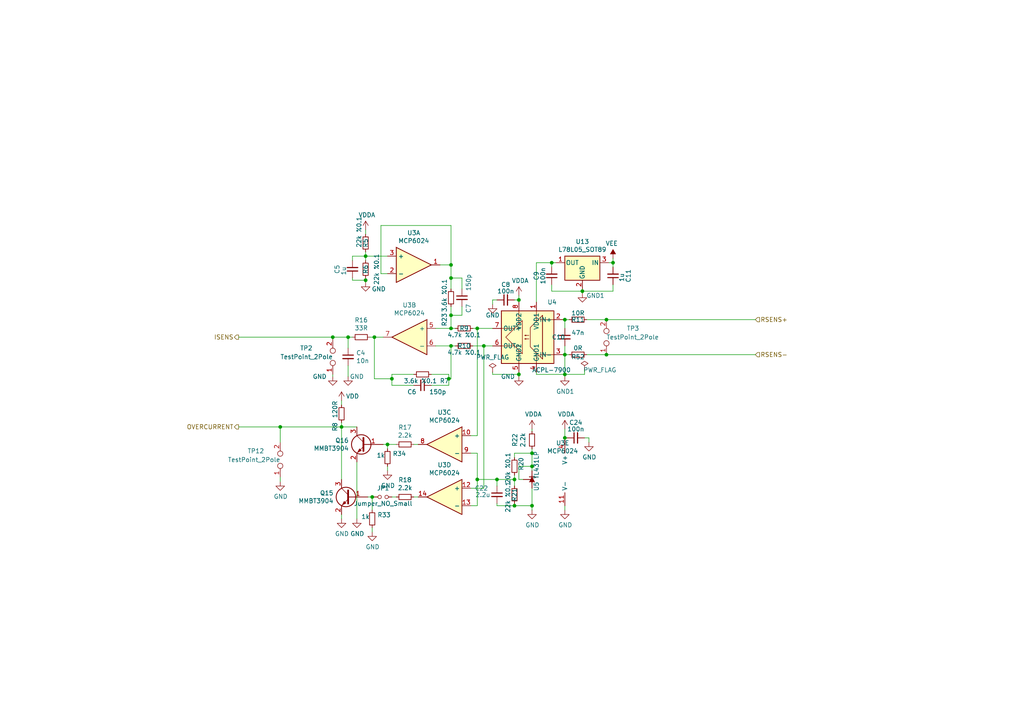
<source format=kicad_sch>
(kicad_sch (version 20200506) (host eeschema "5.99.0-unknown-1f9723c~101~ubuntu18.04.1")
  (page "A4")
  (lib_symbols
    (symbol "Connector:TestPoint_2Pole" (pin_names (offset 0.762) hide)
      (property "Reference" "TP" (at 0 1.524 0))
      (property "Value" "TestPoint_2Pole" (at 0 -1.778 0))
      (symbol "TestPoint_2Pole_0_1"
        (circle (center -1.778 0) (radius 0.762))
        (circle (center 1.778 0) (radius 0.762))
        (pin passive line (at -5.08 0 0) (length 2.54) (name "1") (number "1"))
        (pin passive line (at 5.08 0 180) (length 2.54) (name "2") (number "2"))
      )
    )
    (symbol "Device:C_Small" (pin_numbers hide) (pin_names (offset 0.254) hide)
      (property "Reference" "C" (at 0.254 1.778 0))
      (property "Value" "C_Small" (at 0.254 -2.032 0))
      (symbol "C_Small_0_1"
        (polyline (pts (xy -1.524 -0.508) (xy 1.524 -0.508)) (stroke (width 0.3302)))
        (polyline (pts (xy -1.524 0.508) (xy 1.524 0.508)) (stroke (width 0.3048)))
      )
      (symbol "C_Small_1_1"
        (pin passive line (at 0 2.54 270) (length 2.032) (name "~") (number "1"))
        (pin passive line (at 0 -2.54 90) (length 2.032) (name "~") (number "2"))
      )
    )
    (symbol "Device:C_Small_1" (pin_numbers hide) (pin_names (offset 0.254) hide)
      (property "Reference" "C" (at 0.254 1.778 0))
      (property "Value" "C_Small" (at 0.254 -2.032 0))
      (symbol "C_Small_1_0_1"
        (polyline (pts (xy -1.524 -0.508) (xy 1.524 -0.508)) (stroke (width 0.3302)))
        (polyline (pts (xy -1.524 0.508) (xy 1.524 0.508)) (stroke (width 0.3048)))
      )
      (symbol "C_Small_1_1_1"
        (pin passive line (at 0 2.54 270) (length 2.032) (name "~") (number "1"))
        (pin passive line (at 0 -2.54 90) (length 2.032) (name "~") (number "2"))
      )
    )
    (symbol "Device:C_Small_2" (pin_numbers hide) (pin_names (offset 0.254) hide)
      (property "Reference" "C" (at 0.254 1.778 0))
      (property "Value" "C_Small" (at 0.254 -2.032 0))
      (symbol "C_Small_2_0_1"
        (polyline (pts (xy -1.524 -0.508) (xy 1.524 -0.508)) (stroke (width 0.3302)))
        (polyline (pts (xy -1.524 0.508) (xy 1.524 0.508)) (stroke (width 0.3048)))
      )
      (symbol "C_Small_2_1_1"
        (pin passive line (at 0 2.54 270) (length 2.032) (name "~") (number "1"))
        (pin passive line (at 0 -2.54 90) (length 2.032) (name "~") (number "2"))
      )
    )
    (symbol "Device:C_Small_3" (pin_numbers hide) (pin_names (offset 0.254) hide)
      (property "Reference" "C" (at 0.254 1.778 0))
      (property "Value" "C_Small" (at 0.254 -2.032 0))
      (symbol "C_Small_3_0_1"
        (polyline (pts (xy -1.524 -0.508) (xy 1.524 -0.508)) (stroke (width 0.3302)))
        (polyline (pts (xy -1.524 0.508) (xy 1.524 0.508)) (stroke (width 0.3048)))
      )
      (symbol "C_Small_3_1_1"
        (pin passive line (at 0 2.54 270) (length 2.032) (name "~") (number "1"))
        (pin passive line (at 0 -2.54 90) (length 2.032) (name "~") (number "2"))
      )
    )
    (symbol "Device:C_Small_4" (pin_numbers hide) (pin_names (offset 0.254) hide)
      (property "Reference" "C" (at 0.254 1.778 0))
      (property "Value" "C_Small" (at 0.254 -2.032 0))
      (symbol "C_Small_4_0_1"
        (polyline (pts (xy -1.524 -0.508) (xy 1.524 -0.508)) (stroke (width 0.3302)))
        (polyline (pts (xy -1.524 0.508) (xy 1.524 0.508)) (stroke (width 0.3048)))
      )
      (symbol "C_Small_4_1_1"
        (pin passive line (at 0 2.54 270) (length 2.032) (name "~") (number "1"))
        (pin passive line (at 0 -2.54 90) (length 2.032) (name "~") (number "2"))
      )
    )
    (symbol "Device:C_Small_5" (pin_numbers hide) (pin_names (offset 0.254) hide)
      (property "Reference" "C" (at 0.254 1.778 0))
      (property "Value" "C_Small" (at 0.254 -2.032 0))
      (symbol "C_Small_5_0_1"
        (polyline (pts (xy -1.524 -0.508) (xy 1.524 -0.508)) (stroke (width 0.3302)))
        (polyline (pts (xy -1.524 0.508) (xy 1.524 0.508)) (stroke (width 0.3048)))
      )
      (symbol "C_Small_5_1_1"
        (pin passive line (at 0 2.54 270) (length 2.032) (name "~") (number "1"))
        (pin passive line (at 0 -2.54 90) (length 2.032) (name "~") (number "2"))
      )
    )
    (symbol "Device:C_Small_6" (pin_numbers hide) (pin_names (offset 0.254) hide)
      (property "Reference" "C" (at 0.254 1.778 0))
      (property "Value" "C_Small" (at 0.254 -2.032 0))
      (symbol "C_Small_6_0_1"
        (polyline (pts (xy -1.524 -0.508) (xy 1.524 -0.508)) (stroke (width 0.3302)))
        (polyline (pts (xy -1.524 0.508) (xy 1.524 0.508)) (stroke (width 0.3048)))
      )
      (symbol "C_Small_6_1_1"
        (pin passive line (at 0 2.54 270) (length 2.032) (name "~") (number "1"))
        (pin passive line (at 0 -2.54 90) (length 2.032) (name "~") (number "2"))
      )
    )
    (symbol "Device:C_Small_7" (pin_numbers hide) (pin_names (offset 0.254) hide)
      (property "Reference" "C" (at 0.254 1.778 0))
      (property "Value" "C_Small" (at 0.254 -2.032 0))
      (symbol "C_Small_7_0_1"
        (polyline (pts (xy -1.524 -0.508) (xy 1.524 -0.508)) (stroke (width 0.3302)))
        (polyline (pts (xy -1.524 0.508) (xy 1.524 0.508)) (stroke (width 0.3048)))
      )
      (symbol "C_Small_7_1_1"
        (pin passive line (at 0 2.54 270) (length 2.032) (name "~") (number "1"))
        (pin passive line (at 0 -2.54 90) (length 2.032) (name "~") (number "2"))
      )
    )
    (symbol "Device:C_Small_8" (pin_numbers hide) (pin_names (offset 0.254) hide)
      (property "Reference" "C" (at 0.254 1.778 0))
      (property "Value" "C_Small" (at 0.254 -2.032 0))
      (symbol "C_Small_8_0_1"
        (polyline (pts (xy -1.524 -0.508) (xy 1.524 -0.508)) (stroke (width 0.3302)))
        (polyline (pts (xy -1.524 0.508) (xy 1.524 0.508)) (stroke (width 0.3048)))
      )
      (symbol "C_Small_8_1_1"
        (pin passive line (at 0 2.54 270) (length 2.032) (name "~") (number "1"))
        (pin passive line (at 0 -2.54 90) (length 2.032) (name "~") (number "2"))
      )
    )
    (symbol "Device:Jumper_NO_Small" (pin_numbers hide) (pin_names (offset 0.762) hide)
      (property "Reference" "JP" (at 0 2.032 0))
      (property "Value" "Jumper_NO_Small" (at 0.254 -1.524 0))
      (symbol "Jumper_NO_Small_0_1"
        (circle (center -1.016 0) (radius 0.508))
        (circle (center 1.016 0) (radius 0.508))
        (pin passive line (at -2.54 0 0) (length 1.016) (name "1") (number "1"))
        (pin passive line (at 2.54 0 180) (length 1.016) (name "2") (number "2"))
      )
    )
    (symbol "Device:R_Small" (pin_numbers hide) (pin_names (offset 0.254) hide)
      (property "Reference" "R" (at 0.762 0.508 0))
      (property "Value" "R_Small" (at 0.762 -1.016 0))
      (symbol "R_Small_0_1"
        (rectangle (start -0.762 1.778) (end 0.762 -1.778) (stroke (width 0.2032)))
      )
      (symbol "R_Small_1_1"
        (pin passive line (at 0 2.54 270) (length 0.762) (name "~") (number "1"))
        (pin passive line (at 0 -2.54 90) (length 0.762) (name "~") (number "2"))
      )
    )
    (symbol "Device:R_Small_1" (pin_numbers hide) (pin_names (offset 0.254) hide)
      (property "Reference" "R" (at 0.762 0.508 0))
      (property "Value" "R_Small" (at 0.762 -1.016 0))
      (symbol "R_Small_1_0_1"
        (rectangle (start -0.762 1.778) (end 0.762 -1.778) (stroke (width 0.2032)))
      )
      (symbol "R_Small_1_1_1"
        (pin passive line (at 0 2.54 270) (length 0.762) (name "~") (number "1"))
        (pin passive line (at 0 -2.54 90) (length 0.762) (name "~") (number "2"))
      )
    )
    (symbol "Device:R_Small_11" (pin_numbers hide) (pin_names (offset 0.254) hide)
      (property "Reference" "R" (at 0.762 0.508 0))
      (property "Value" "R_Small" (at 0.762 -1.016 0))
      (symbol "R_Small_11_0_1"
        (rectangle (start -0.762 1.778) (end 0.762 -1.778) (stroke (width 0.2032)))
      )
      (symbol "R_Small_11_1_1"
        (pin passive line (at 0 2.54 270) (length 0.762) (name "~") (number "1"))
        (pin passive line (at 0 -2.54 90) (length 0.762) (name "~") (number "2"))
      )
    )
    (symbol "Device:R_Small_12" (pin_numbers hide) (pin_names (offset 0.254) hide)
      (property "Reference" "R" (at 0.762 0.508 0))
      (property "Value" "R_Small" (at 0.762 -1.016 0))
      (symbol "R_Small_12_0_1"
        (rectangle (start -0.762 1.778) (end 0.762 -1.778) (stroke (width 0.2032)))
      )
      (symbol "R_Small_12_1_1"
        (pin passive line (at 0 2.54 270) (length 0.762) (name "~") (number "1"))
        (pin passive line (at 0 -2.54 90) (length 0.762) (name "~") (number "2"))
      )
    )
    (symbol "Device:R_Small_13" (pin_numbers hide) (pin_names (offset 0.254) hide)
      (property "Reference" "R" (at 0.762 0.508 0))
      (property "Value" "R_Small" (at 0.762 -1.016 0))
      (symbol "R_Small_13_0_1"
        (rectangle (start -0.762 1.778) (end 0.762 -1.778) (stroke (width 0.2032)))
      )
      (symbol "R_Small_13_1_1"
        (pin passive line (at 0 2.54 270) (length 0.762) (name "~") (number "1"))
        (pin passive line (at 0 -2.54 90) (length 0.762) (name "~") (number "2"))
      )
    )
    (symbol "Device:R_Small_14" (pin_numbers hide) (pin_names (offset 0.254) hide)
      (property "Reference" "R" (at 0.762 0.508 0))
      (property "Value" "R_Small" (at 0.762 -1.016 0))
      (symbol "R_Small_14_0_1"
        (rectangle (start -0.762 1.778) (end 0.762 -1.778) (stroke (width 0.2032)))
      )
      (symbol "R_Small_14_1_1"
        (pin passive line (at 0 2.54 270) (length 0.762) (name "~") (number "1"))
        (pin passive line (at 0 -2.54 90) (length 0.762) (name "~") (number "2"))
      )
    )
    (symbol "Device:R_Small_15" (pin_numbers hide) (pin_names (offset 0.254) hide)
      (property "Reference" "R" (at 0.762 0.508 0))
      (property "Value" "R_Small" (at 0.762 -1.016 0))
      (symbol "R_Small_15_0_1"
        (rectangle (start -0.762 1.778) (end 0.762 -1.778) (stroke (width 0.2032)))
      )
      (symbol "R_Small_15_1_1"
        (pin passive line (at 0 2.54 270) (length 0.762) (name "~") (number "1"))
        (pin passive line (at 0 -2.54 90) (length 0.762) (name "~") (number "2"))
      )
    )
    (symbol "Device:R_Small_16" (pin_numbers hide) (pin_names (offset 0.254) hide)
      (property "Reference" "R" (at 0.762 0.508 0))
      (property "Value" "R_Small" (at 0.762 -1.016 0))
      (symbol "R_Small_16_0_1"
        (rectangle (start -0.762 1.778) (end 0.762 -1.778) (stroke (width 0.2032)))
      )
      (symbol "R_Small_16_1_1"
        (pin passive line (at 0 2.54 270) (length 0.762) (name "~") (number "1"))
        (pin passive line (at 0 -2.54 90) (length 0.762) (name "~") (number "2"))
      )
    )
    (symbol "Device:R_Small_2" (pin_numbers hide) (pin_names (offset 0.254) hide)
      (property "Reference" "R" (at 0.762 0.508 0))
      (property "Value" "R_Small" (at 0.762 -1.016 0))
      (symbol "R_Small_2_0_1"
        (rectangle (start -0.762 1.778) (end 0.762 -1.778) (stroke (width 0.2032)))
      )
      (symbol "R_Small_2_1_1"
        (pin passive line (at 0 2.54 270) (length 0.762) (name "~") (number "1"))
        (pin passive line (at 0 -2.54 90) (length 0.762) (name "~") (number "2"))
      )
    )
    (symbol "Device:R_Small_3" (pin_numbers hide) (pin_names (offset 0.254) hide)
      (property "Reference" "R" (at 0.762 0.508 0))
      (property "Value" "R_Small" (at 0.762 -1.016 0))
      (symbol "R_Small_3_0_1"
        (rectangle (start -0.762 1.778) (end 0.762 -1.778) (stroke (width 0.2032)))
      )
      (symbol "R_Small_3_1_1"
        (pin passive line (at 0 2.54 270) (length 0.762) (name "~") (number "1"))
        (pin passive line (at 0 -2.54 90) (length 0.762) (name "~") (number "2"))
      )
    )
    (symbol "Device:R_Small_4" (pin_numbers hide) (pin_names (offset 0.254) hide)
      (property "Reference" "R" (at 0.762 0.508 0))
      (property "Value" "R_Small" (at 0.762 -1.016 0))
      (symbol "R_Small_4_0_1"
        (rectangle (start -0.762 1.778) (end 0.762 -1.778) (stroke (width 0.2032)))
      )
      (symbol "R_Small_4_1_1"
        (pin passive line (at 0 2.54 270) (length 0.762) (name "~") (number "1"))
        (pin passive line (at 0 -2.54 90) (length 0.762) (name "~") (number "2"))
      )
    )
    (symbol "Device:R_Small_5" (pin_numbers hide) (pin_names (offset 0.254) hide)
      (property "Reference" "R" (at 0.762 0.508 0))
      (property "Value" "R_Small" (at 0.762 -1.016 0))
      (symbol "R_Small_5_0_1"
        (rectangle (start -0.762 1.778) (end 0.762 -1.778) (stroke (width 0.2032)))
      )
      (symbol "R_Small_5_1_1"
        (pin passive line (at 0 2.54 270) (length 0.762) (name "~") (number "1"))
        (pin passive line (at 0 -2.54 90) (length 0.762) (name "~") (number "2"))
      )
    )
    (symbol "Device:R_Small_6" (pin_numbers hide) (pin_names (offset 0.254) hide)
      (property "Reference" "R" (at 0.762 0.508 0))
      (property "Value" "R_Small" (at 0.762 -1.016 0))
      (symbol "R_Small_6_0_1"
        (rectangle (start -0.762 1.778) (end 0.762 -1.778) (stroke (width 0.2032)))
      )
      (symbol "R_Small_6_1_1"
        (pin passive line (at 0 2.54 270) (length 0.762) (name "~") (number "1"))
        (pin passive line (at 0 -2.54 90) (length 0.762) (name "~") (number "2"))
      )
    )
    (symbol "Device:R_Small_7" (pin_numbers hide) (pin_names (offset 0.254) hide)
      (property "Reference" "R" (at 0.762 0.508 0))
      (property "Value" "R_Small" (at 0.762 -1.016 0))
      (symbol "R_Small_7_0_1"
        (rectangle (start -0.762 1.778) (end 0.762 -1.778) (stroke (width 0.2032)))
      )
      (symbol "R_Small_7_1_1"
        (pin passive line (at 0 2.54 270) (length 0.762) (name "~") (number "1"))
        (pin passive line (at 0 -2.54 90) (length 0.762) (name "~") (number "2"))
      )
    )
    (symbol "Device:R_Small_8" (pin_numbers hide) (pin_names (offset 0.254) hide)
      (property "Reference" "R" (at 0.762 0.508 0))
      (property "Value" "R_Small" (at 0.762 -1.016 0))
      (symbol "R_Small_8_0_1"
        (rectangle (start -0.762 1.778) (end 0.762 -1.778) (stroke (width 0.2032)))
      )
      (symbol "R_Small_8_1_1"
        (pin passive line (at 0 2.54 270) (length 0.762) (name "~") (number "1"))
        (pin passive line (at 0 -2.54 90) (length 0.762) (name "~") (number "2"))
      )
    )
    (symbol "Device:R_Small_9" (pin_numbers hide) (pin_names (offset 0.254) hide)
      (property "Reference" "R" (at 0.762 0.508 0))
      (property "Value" "R_Small" (at 0.762 -1.016 0))
      (symbol "R_Small_9_0_1"
        (rectangle (start -0.762 1.778) (end 0.762 -1.778) (stroke (width 0.2032)))
      )
      (symbol "R_Small_9_1_1"
        (pin passive line (at 0 2.54 270) (length 0.762) (name "~") (number "1"))
        (pin passive line (at 0 -2.54 90) (length 0.762) (name "~") (number "2"))
      )
    )
    (symbol "Reference_Voltage:TL431LP" (pin_numbers hide) (pin_names (offset 0.508) hide)
      (property "Reference" "U" (at -2.54 2.54 0))
      (property "Value" "TL431LP" (at 0 -2.54 0))
      (symbol "TL431LP_0_1"
        (polyline (pts (xy -1.27 0) (xy 0 0) (xy 1.27 0)))
        (polyline (pts (xy -0.762 0.762) (xy 0.762 0) (xy -0.762 -0.762)) (fill (type outline)))
        (polyline (pts (xy 0.508 -1.016) (xy 0.762 -0.762) (xy 0.762 0.762) (xy 0.762 0.762)) (stroke (width 0.254)))
      )
      (symbol "TL431LP_1_1"
        (pin passive line (at 0 2.54 270) (length 2.54) (name "REF") (number "1"))
        (pin passive line (at -2.54 0 0) (length 2.54) (name "A") (number "2"))
        (pin passive line (at 2.54 0 180) (length 2.54) (name "K") (number "3"))
      )
    )
    (symbol "Regulator_Linear:L78L05_SOT89" (pin_names (offset 0.254))
      (property "Reference" "U" (at -3.81 3.175 0))
      (property "Value" "L78L05_SOT89" (at -0.635 3.175 0))
      (symbol "L78L05_SOT89_0_1"
        (rectangle (start -5.08 1.905) (end 5.08 -5.08) (stroke (width 0.254)) (fill (type background)))
      )
      (symbol "L78L05_SOT89_1_1"
        (pin power_out line (at 7.62 0 180) (length 2.54) (name "OUT") (number "1"))
        (pin power_in line (at 0 -7.62 90) (length 2.54) (name "GND") (number "2"))
        (pin power_in line (at -7.62 0 0) (length 2.54) (name "IN") (number "3"))
      )
    )
    (symbol "Transistor_BJT:MMBT3904" (pin_names (offset 0) hide)
      (property "Reference" "Q" (at 5.08 1.905 0))
      (property "Value" "MMBT3904" (at 5.08 0 0))
      (symbol "MMBT3904_0_1"
        (circle (center 1.27 0) (radius 2.8194) (stroke (width 0.254)))
        (polyline (pts (xy 0.635 0.635) (xy 2.54 2.54)))
        (polyline (pts (xy 0.635 -0.635) (xy 2.54 -2.54) (xy 2.54 -2.54)))
        (polyline (pts (xy 0.635 1.905) (xy 0.635 -1.905) (xy 0.635 -1.905)) (stroke (width 0.508)))
        (polyline (pts (xy 1.27 -1.778) (xy 1.778 -1.27) (xy 2.286 -2.286) (xy 1.27 -1.778) (xy 1.27 -1.778)) (fill (type outline)))
      )
      (symbol "MMBT3904_1_1"
        (pin input line (at -5.08 0 0) (length 5.715) (name "B") (number "1"))
        (pin passive line (at 2.54 -5.08 90) (length 2.54) (name "E") (number "2"))
        (pin passive line (at 2.54 5.08 270) (length 2.54) (name "C") (number "3"))
      )
    )
    (symbol "oe_opamp:ACPL-7900"
      (property "Reference" "U" (at 10.795 8.255 0))
      (property "Value" "ACPL-7900" (at 11.43 10.795 0))
      (symbol "ACPL-7900_0_1"
        (rectangle (start -7.62 6.35) (end 7.62 -8.89) (stroke (width 0.254)) (fill (type background)))
        (polyline (pts (xy -7.62 -6.35) (xy -4.318 -6.35)))
        (polyline (pts (xy -7.62 3.81) (xy -4.318 3.81)))
        (polyline (pts (xy -4.318 5.08) (xy -4.318 -7.62)))
        (polyline (pts (xy -4.064 -6.35) (xy -3.556 -6.35)))
        (polyline (pts (xy -4.064 3.81) (xy -3.556 3.81)))
        (polyline (pts (xy -3.81 4.064) (xy -3.81 3.556)))
        (polyline (pts (xy -2.54 -8.89) (xy -2.54 -5.842)))
        (polyline (pts (xy -2.54 6.35) (xy -2.54 3.302)))
        (polyline (pts (xy 2.54 -8.89) (xy 2.54 -5.08)))
        (polyline (pts (xy 2.54 6.35) (xy 2.54 2.54)))
        (polyline (pts (xy 2.794 1.524) (xy 2.794 1.016)))
        (polyline (pts (xy 3.048 -3.81) (xy 2.54 -3.81)))
        (polyline (pts (xy 3.048 1.27) (xy 2.54 1.27)))
        (polyline (pts (xy 7.62 -3.81) (xy 3.81 -3.81)))
        (polyline (pts (xy 7.62 1.27) (xy 3.81 1.27)))
        (polyline (pts (xy 6.35 -1.27) (xy 1.524 -6.096) (xy 1.524 3.556) (xy 6.35 -1.27)))
        (polyline (pts (xy -4.318 -7.62) (xy -0.762 -4.064) (xy -0.762 1.524) (xy -4.318 5.08) (xy -4.318 -7.62)))
        (polyline (pts (xy -0.381 -1.778) (xy 0.889 -1.778) (xy 0.508 -1.905) (xy 0.508 -1.651) (xy 0.889 -1.778)))
        (polyline (pts (xy -0.381 -0.762) (xy 0.889 -0.762) (xy 0.508 -0.889) (xy 0.508 -0.635) (xy 0.889 -0.762)))
      )
      (symbol "ACPL-7900_1_1"
        (pin power_in line (at -2.54 8.89 270) (length 2.54) (name "VDD1") (number "1"))
        (pin input line (at -10.16 3.81 0) (length 2.54) (name "IN+") (number "2"))
        (pin input line (at -10.16 -6.35 0) (length 2.54) (name "IN-") (number "3"))
        (pin power_in line (at -2.54 -11.43 90) (length 2.54) (name "GND1") (number "4"))
        (pin power_in line (at 2.54 -11.43 90) (length 2.54) (name "GND2") (number "5"))
        (pin output line (at 10.16 -3.81 180) (length 2.54) (name "OUT-") (number "6"))
        (pin output line (at 10.16 1.27 180) (length 2.54) (name "OUT+") (number "7"))
        (pin power_in line (at 2.54 8.89 270) (length 2.54) (name "VDD2") (number "8"))
      )
    )
    (symbol "oe_opamp:MCP6024"
      (property "Reference" "U" (at 5.08 6.985 0))
      (property "Value" "MCP6024" (at 4.445 8.89 0))
      (symbol "MCP6024_1_1"
        (polyline (pts (xy -4.445 5.08) (xy 5.715 0) (xy -4.445 -5.08) (xy -4.445 5.08)) (stroke (width 0.254)) (fill (type background)))
        (pin output line (at 8.255 0 180) (length 2.54) (name "~") (number "1"))
        (pin input line (at -6.985 -2.54 0) (length 2.54) (name "-") (number "2"))
        (pin input line (at -6.985 2.54 0) (length 2.54) (name "+") (number "3"))
      )
      (symbol "MCP6024_2_1"
        (polyline (pts (xy -4.445 5.08) (xy 5.715 0) (xy -4.445 -5.08) (xy -4.445 5.08)) (stroke (width 0.254)) (fill (type background)))
        (pin input line (at -6.985 2.54 0) (length 2.54) (name "+") (number "5"))
        (pin input line (at -6.985 -2.54 0) (length 2.54) (name "-") (number "6"))
        (pin output line (at 8.255 0 180) (length 2.54) (name "~") (number "7"))
      )
      (symbol "MCP6024_3_1"
        (polyline (pts (xy -4.445 5.08) (xy 5.715 0) (xy -4.445 -5.08) (xy -4.445 5.08)) (stroke (width 0.254)) (fill (type background)))
        (pin input line (at -6.985 2.54 0) (length 2.54) (name "+") (number "10"))
        (pin output line (at 8.255 0 180) (length 2.54) (name "~") (number "8"))
        (pin input line (at -6.985 -2.54 0) (length 2.54) (name "-") (number "9"))
      )
      (symbol "MCP6024_4_1"
        (polyline (pts (xy -4.445 5.08) (xy 5.715 0) (xy -4.445 -5.08) (xy -4.445 5.08)) (stroke (width 0.254)) (fill (type background)))
        (pin input line (at -6.985 2.54 0) (length 2.54) (name "+") (number "12"))
        (pin input line (at -6.985 -2.54 0) (length 2.54) (name "-") (number "13"))
        (pin output line (at 8.255 0 180) (length 2.54) (name "~") (number "14"))
      )
      (symbol "MCP6024_5_1"
        (pin power_in line (at 0 -8.89 90) (length 3.81) (name "V-") (number "11"))
        (pin power_in line (at 0 10.16 270) (length 3.81) (name "V+") (number "4"))
      )
    )
    (symbol "power:GND" (power) (pin_names (offset 0))
      (property "Value" "GND" (at 0 -3.81 0))
      (symbol "GND_0_1"
        (polyline (pts (xy 0 0) (xy 0 -1.27) (xy 1.27 -1.27) (xy 0 -2.54) (xy -1.27 -1.27) (xy 0 -1.27)))
      )
      (symbol "GND_1_1"
        (pin power_in line (at 0 0 270) (length 0) (name "GND") (number "1") hide)
      )
    )
    (symbol "power:GND1" (power) (pin_names (offset 0))
      (property "Value" "GND1" (at 0 -3.81 0))
      (symbol "GND1_0_1"
        (polyline (pts (xy 0 0) (xy 0 -1.27) (xy 1.27 -1.27) (xy 0 -2.54) (xy -1.27 -1.27) (xy 0 -1.27)))
      )
      (symbol "GND1_1_1"
        (pin power_in line (at 0 0 270) (length 0) (name "GND1") (number "1") hide)
      )
    )
    (symbol "power:PWR_FLAG" (power) (pin_numbers hide) (pin_names (offset 0) hide)
      (property "Value" "PWR_FLAG" (at 0 3.81 0))
      (symbol "PWR_FLAG_0_1"
        (polyline (pts (xy 0 0) (xy 0 1.27) (xy -1.016 1.905) (xy 0 2.54) (xy 1.016 1.905) (xy 0 1.27)))
      )
      (symbol "PWR_FLAG_0_0"
        (pin power_out line (at 0 0 90) (length 0) (name "pwr") (number "1"))
      )
    )
    (symbol "power:VDD" (power) (pin_names (offset 0))
      (property "Value" "VDD" (at 0 3.81 0))
      (symbol "VDD_0_1"
        (polyline (pts (xy -0.762 1.27) (xy 0 2.54)))
        (polyline (pts (xy 0 0) (xy 0 2.54)))
        (polyline (pts (xy 0 2.54) (xy 0.762 1.27)))
      )
      (symbol "VDD_1_1"
        (pin power_in line (at 0 0 90) (length 0) (name "VDD") (number "1") hide)
      )
    )
    (symbol "power:VDDA" (power) (pin_names (offset 0))
      (property "Value" "VDDA" (at 0 3.81 0))
      (symbol "VDDA_0_1"
        (polyline (pts (xy -0.762 1.27) (xy 0 2.54)))
        (polyline (pts (xy 0 0) (xy 0 2.54)))
        (polyline (pts (xy 0 2.54) (xy 0.762 1.27)))
      )
      (symbol "VDDA_1_1"
        (pin power_in line (at 0 0 90) (length 0) (name "VDDA") (number "1") hide)
      )
    )
    (symbol "power:VEE" (power) (pin_names (offset 0))
      (property "Value" "VEE" (at 0 3.81 0))
      (symbol "VEE_0_1"
        (polyline (pts (xy 0 0) (xy 0 2.54)))
        (polyline (pts (xy 0.762 1.27) (xy -0.762 1.27) (xy 0 2.54) (xy 0.762 1.27)) (fill (type outline)))
      )
      (symbol "VEE_1_1"
        (pin power_in line (at 0 0 90) (length 0) (name "VEE") (number "1") hide)
      )
    )
  )
  (junction (at 154.305 135.255))
  (junction (at 149.225 146.685))
  (junction (at 130.175 109.855))
  (junction (at 81.28 123.825))
  (junction (at 150.495 86.995))
  (junction (at 112.395 128.905))
  (junction (at 163.83 127))
  (junction (at 175.895 102.87))
  (junction (at 108.585 97.79))
  (junction (at 149.225 139.065))
  (junction (at 130.81 76.835))
  (junction (at 130.81 80.645))
  (junction (at 130.81 91.44))
  (junction (at 138.43 139.065))
  (junction (at 138.43 95.25))
  (junction (at 163.83 102.87))
  (junction (at 107.95 144.145))
  (junction (at 163.83 92.71))
  (junction (at 168.91 84.455))
  (junction (at 96.52 97.79))
  (junction (at 163.83 108.585))
  (junction (at 99.06 123.825))
  (junction (at 106.045 74.295))
  (junction (at 144.145 139.065))
  (junction (at 140.335 100.33))
  (junction (at 154.305 131.445))
  (junction (at 160.02 76.2))
  (junction (at 100.965 97.79))
  (junction (at 177.8 76.2))
  (junction (at 130.81 100.33))
  (junction (at 175.895 92.71))
  (junction (at 150.495 108.585))
  (junction (at 106.045 81.28))
  (junction (at 130.81 95.25))
  (junction (at 154.305 146.685))
  (junction (at 113.665 109.855))
  (wire (pts (xy 69.215 97.79) (xy 96.52 97.79)))
  (wire (pts (xy 69.215 123.825) (xy 81.28 123.825)))
  (wire (pts (xy 81.28 123.825) (xy 81.28 128.27)))
  (wire (pts (xy 81.28 123.825) (xy 99.06 123.825)))
  (wire (pts (xy 81.28 138.43) (xy 81.28 139.7)))
  (wire (pts (xy 96.52 97.79) (xy 96.52 98.425)))
  (wire (pts (xy 96.52 97.79) (xy 100.965 97.79)))
  (wire (pts (xy 96.52 108.585) (xy 96.52 109.22)))
  (wire (pts (xy 99.06 116.205) (xy 99.06 117.475)))
  (wire (pts (xy 99.06 122.555) (xy 99.06 123.825)))
  (wire (pts (xy 99.06 123.825) (xy 99.06 139.065)))
  (wire (pts (xy 99.06 123.825) (xy 103.505 123.825)))
  (wire (pts (xy 99.06 149.225) (xy 99.06 150.495)))
  (wire (pts (xy 100.965 97.79) (xy 100.965 100.965)))
  (wire (pts (xy 100.965 97.79) (xy 102.235 97.79)))
  (wire (pts (xy 100.965 106.045) (xy 100.965 109.22)))
  (wire (pts (xy 102.235 74.295) (xy 106.045 74.295)))
  (wire (pts (xy 102.235 75.565) (xy 102.235 74.295)))
  (wire (pts (xy 102.235 80.645) (xy 102.235 81.28)))
  (wire (pts (xy 102.235 81.28) (xy 106.045 81.28)))
  (wire (pts (xy 103.505 133.985) (xy 103.505 150.495)))
  (wire (pts (xy 106.045 66.675) (xy 106.045 67.945)))
  (wire (pts (xy 106.045 73.025) (xy 106.045 74.295)))
  (wire (pts (xy 106.045 74.295) (xy 106.045 75.565)))
  (wire (pts (xy 106.045 74.295) (xy 112.395 74.295)))
  (wire (pts (xy 106.045 80.645) (xy 106.045 81.28)))
  (wire (pts (xy 106.045 81.28) (xy 106.045 81.915)))
  (wire (pts (xy 106.68 144.145) (xy 107.95 144.145)))
  (wire (pts (xy 107.315 97.79) (xy 108.585 97.79)))
  (wire (pts (xy 107.95 144.145) (xy 107.95 147.955)))
  (wire (pts (xy 107.95 144.145) (xy 108.585 144.145)))
  (wire (pts (xy 107.95 153.035) (xy 107.95 154.305)))
  (wire (pts (xy 108.585 97.79) (xy 111.125 97.79)))
  (wire (pts (xy 108.585 109.855) (xy 108.585 97.79)))
  (wire (pts (xy 110.49 65.405) (xy 110.49 79.375)))
  (wire (pts (xy 110.49 65.405) (xy 130.81 65.405)))
  (wire (pts (xy 110.49 79.375) (xy 112.395 79.375)))
  (wire (pts (xy 111.125 128.905) (xy 112.395 128.905)))
  (wire (pts (xy 112.395 128.905) (xy 112.395 130.175)))
  (wire (pts (xy 112.395 128.905) (xy 114.935 128.905)))
  (wire (pts (xy 112.395 135.255) (xy 112.395 136.525)))
  (wire (pts (xy 113.665 108.585) (xy 113.665 109.855)))
  (wire (pts (xy 113.665 108.585) (xy 120.015 108.585)))
  (wire (pts (xy 113.665 109.855) (xy 108.585 109.855)))
  (wire (pts (xy 113.665 109.855) (xy 113.665 111.76)))
  (wire (pts (xy 113.665 111.76) (xy 120.015 111.76)))
  (wire (pts (xy 113.665 144.145) (xy 114.935 144.145)))
  (wire (pts (xy 120.015 128.905) (xy 121.285 128.905)))
  (wire (pts (xy 120.015 144.145) (xy 121.285 144.145)))
  (wire (pts (xy 125.095 108.585) (xy 130.175 108.585)))
  (wire (pts (xy 125.095 111.76) (xy 130.175 111.76)))
  (wire (pts (xy 126.365 95.25) (xy 130.81 95.25)))
  (wire (pts (xy 126.365 100.33) (xy 130.81 100.33)))
  (wire (pts (xy 127.635 76.835) (xy 130.81 76.835)))
  (wire (pts (xy 130.175 109.855) (xy 130.175 108.585)))
  (wire (pts (xy 130.175 111.76) (xy 130.175 109.855)))
  (wire (pts (xy 130.81 65.405) (xy 130.81 76.835)))
  (wire (pts (xy 130.81 76.835) (xy 130.81 80.645)))
  (wire (pts (xy 130.81 80.645) (xy 130.81 83.82)))
  (wire (pts (xy 130.81 80.645) (xy 133.985 80.645)))
  (wire (pts (xy 130.81 88.9) (xy 130.81 91.44)))
  (wire (pts (xy 130.81 91.44) (xy 130.81 95.25)))
  (wire (pts (xy 130.81 91.44) (xy 133.985 91.44)))
  (wire (pts (xy 130.81 95.25) (xy 132.08 95.25)))
  (wire (pts (xy 130.81 100.33) (xy 130.81 109.855)))
  (wire (pts (xy 130.81 100.33) (xy 132.08 100.33)))
  (wire (pts (xy 130.81 109.855) (xy 130.175 109.855)))
  (wire (pts (xy 133.985 80.645) (xy 133.985 83.82)))
  (wire (pts (xy 133.985 91.44) (xy 133.985 88.9)))
  (wire (pts (xy 136.525 126.365) (xy 138.43 126.365)))
  (wire (pts (xy 136.525 131.445) (xy 138.43 131.445)))
  (wire (pts (xy 136.525 141.605) (xy 140.335 141.605)))
  (wire (pts (xy 136.525 146.685) (xy 138.43 146.685)))
  (wire (pts (xy 137.16 95.25) (xy 138.43 95.25)))
  (wire (pts (xy 137.16 100.33) (xy 140.335 100.33)))
  (wire (pts (xy 138.43 95.25) (xy 138.43 126.365)))
  (wire (pts (xy 138.43 95.25) (xy 142.875 95.25)))
  (wire (pts (xy 138.43 139.065) (xy 138.43 131.445)))
  (wire (pts (xy 138.43 139.065) (xy 144.145 139.065)))
  (wire (pts (xy 138.43 146.685) (xy 138.43 139.065)))
  (wire (pts (xy 140.335 100.33) (xy 140.335 141.605)))
  (wire (pts (xy 140.335 100.33) (xy 142.875 100.33)))
  (wire (pts (xy 142.875 86.995) (xy 144.145 86.995)))
  (wire (pts (xy 142.875 88.265) (xy 142.875 86.995)))
  (wire (pts (xy 142.875 107.95) (xy 142.875 108.585)))
  (wire (pts (xy 142.875 108.585) (xy 150.495 108.585)))
  (wire (pts (xy 144.145 139.065) (xy 149.225 139.065)))
  (wire (pts (xy 144.145 140.97) (xy 144.145 139.065)))
  (wire (pts (xy 144.145 146.05) (xy 144.145 146.685)))
  (wire (pts (xy 144.145 146.685) (xy 149.225 146.685)))
  (wire (pts (xy 149.225 86.995) (xy 150.495 86.995)))
  (wire (pts (xy 149.225 131.445) (xy 149.225 132.715)))
  (wire (pts (xy 149.225 131.445) (xy 154.305 131.445)))
  (wire (pts (xy 149.225 137.795) (xy 149.225 139.065)))
  (wire (pts (xy 149.225 139.065) (xy 149.225 140.97)))
  (wire (pts (xy 149.225 146.05) (xy 149.225 146.685)))
  (wire (pts (xy 149.225 146.685) (xy 154.305 146.685)))
  (wire (pts (xy 150.495 85.725) (xy 150.495 86.995)))
  (wire (pts (xy 150.495 86.995) (xy 150.495 87.63)))
  (wire (pts (xy 150.495 107.95) (xy 150.495 108.585)))
  (wire (pts (xy 150.495 108.585) (xy 150.495 109.22)))
  (wire (pts (xy 150.495 135.255) (xy 150.495 139.065)))
  (wire (pts (xy 150.495 135.255) (xy 154.305 135.255)))
  (wire (pts (xy 150.495 139.065) (xy 151.765 139.065)))
  (wire (pts (xy 154.305 124.46) (xy 154.305 125.095)))
  (wire (pts (xy 154.305 130.175) (xy 154.305 131.445)))
  (wire (pts (xy 154.305 131.445) (xy 154.305 135.255)))
  (wire (pts (xy 154.305 135.255) (xy 154.305 136.525)))
  (wire (pts (xy 154.305 146.685) (xy 154.305 141.605)))
  (wire (pts (xy 154.305 146.685) (xy 154.305 147.955)))
  (wire (pts (xy 155.575 76.2) (xy 155.575 87.63)))
  (wire (pts (xy 155.575 76.2) (xy 160.02 76.2)))
  (wire (pts (xy 155.575 107.95) (xy 155.575 108.585)))
  (wire (pts (xy 155.575 108.585) (xy 163.83 108.585)))
  (wire (pts (xy 160.02 76.2) (xy 160.02 77.47)))
  (wire (pts (xy 160.02 76.2) (xy 161.29 76.2)))
  (wire (pts (xy 160.02 84.455) (xy 160.02 82.55)))
  (wire (pts (xy 163.195 92.71) (xy 163.83 92.71)))
  (wire (pts (xy 163.195 102.87) (xy 163.83 102.87)))
  (wire (pts (xy 163.83 92.71) (xy 163.83 95.25)))
  (wire (pts (xy 163.83 92.71) (xy 165.1 92.71)))
  (wire (pts (xy 163.83 100.33) (xy 163.83 102.87)))
  (wire (pts (xy 163.83 102.87) (xy 165.1 102.87)))
  (wire (pts (xy 163.83 108.585) (xy 163.83 102.87)))
  (wire (pts (xy 163.83 108.585) (xy 163.83 109.22)))
  (wire (pts (xy 163.83 108.585) (xy 169.545 108.585)))
  (wire (pts (xy 163.83 124.46) (xy 163.83 127)))
  (wire (pts (xy 163.83 127) (xy 163.83 127.635)))
  (wire (pts (xy 163.83 127) (xy 164.465 127)))
  (wire (pts (xy 163.83 146.685) (xy 163.83 147.955)))
  (wire (pts (xy 168.91 83.82) (xy 168.91 84.455)))
  (wire (pts (xy 168.91 84.455) (xy 160.02 84.455)))
  (wire (pts (xy 168.91 84.455) (xy 168.91 85.09)))
  (wire (pts (xy 169.545 108.585) (xy 169.545 107.315)))
  (wire (pts (xy 169.545 127) (xy 170.815 127)))
  (wire (pts (xy 170.18 92.71) (xy 175.895 92.71)))
  (wire (pts (xy 170.18 102.87) (xy 175.895 102.87)))
  (wire (pts (xy 170.815 127) (xy 170.815 128.27)))
  (wire (pts (xy 175.895 92.71) (xy 219.075 92.71)))
  (wire (pts (xy 175.895 102.87) (xy 219.075 102.87)))
  (wire (pts (xy 177.8 74.93) (xy 177.8 76.2)))
  (wire (pts (xy 177.8 76.2) (xy 176.53 76.2)))
  (wire (pts (xy 177.8 77.47) (xy 177.8 76.2)))
  (wire (pts (xy 177.8 82.55) (xy 177.8 84.455)))
  (wire (pts (xy 177.8 84.455) (xy 168.91 84.455)))
  (hierarchical_label "ISENS" (shape output) (at 69.215 97.79 180))
  (hierarchical_label "OVERCURRENT" (shape output) (at 69.215 123.825 180))
  (hierarchical_label "RSENS+" (shape input) (at 219.075 92.71 0))
  (hierarchical_label "RSENS-" (shape input) (at 219.075 102.87 0))
  (symbol (lib_id "power:PWR_FLAG") (at 142.875 107.95 0) (unit 1)
    (property "Reference" "#FLG0104" (effects hide))
    (property "Value" "PWR_FLAG" (at 142.875 103.632 0))
  )
  (symbol (lib_id "power:PWR_FLAG") (at 169.545 107.315 0) (unit 1)
    (property "Reference" "#FLG0105" (effects hide))
    (property "Value" "PWR_FLAG" (at 173.99 107.315 0))
  )
  (symbol (lib_id "Device:Jumper_NO_Small") (at 111.125 144.145 0) (unit 1)
    (property "Reference" "JP1" (at 111.125 141.605 0))
    (property "Value" "Jumper_NO_Small" (at 111.125 146.05 0))
    (property "Footprint" "Connector_PinHeader_2.54mm:PinHeader_1x02_P2.54mm_Vertical" (effects hide))
    (property "Link" "https://ozdisan.com/connectors-and-interconnects/headers/pin-headers/DS1021-1X2SF11-B" (effects hide))
    (property "Price" "0.08882TL" (effects hide))
  )
  (symbol (lib_id "power:VDD") (at 99.06 116.205 0) (unit 1)
    (property "Reference" "#PWR08" (effects hide))
    (property "Value" "VDD" (at 102.235 114.935 0))
  )
  (symbol (lib_id "power:VDDA") (at 106.045 66.675 0) (unit 1)
    (property "Reference" "#PWR022" (effects hide))
    (property "Value" "VDDA" (at 106.4133 62.3506 0))
  )
  (symbol (lib_id "power:VDDA") (at 150.495 85.725 0) (unit 1)
    (property "Reference" "#PWR023" (effects hide))
    (property "Value" "VDDA" (at 150.876 81.407 0))
  )
  (symbol (lib_id "power:VDDA") (at 154.305 124.46 0) (unit 1)
    (property "Reference" "#PWR025" (effects hide))
    (property "Value" "VDDA" (at 154.686 120.142 0))
  )
  (symbol (lib_id "power:VDDA") (at 163.83 124.46 0) (unit 1)
    (property "Reference" "#PWR026" (effects hide))
    (property "Value" "VDDA" (at 164.211 120.142 0))
  )
  (symbol (lib_id "power:VEE") (at 177.8 74.93 0) (mirror y) (unit 1)
    (property "Reference" "#PWR018" (effects hide))
    (property "Value" "VEE" (at 177.419 70.612 0))
  )
  (symbol (lib_id "power:GND") (at 81.28 139.7 0) (unit 1)
    (property "Reference" "#PWR050" (effects hide))
    (property "Value" "GND" (at 81.407 144.018 0))
  )
  (symbol (lib_id "power:GND") (at 96.52 109.22 0) (unit 1)
    (property "Reference" "#PWR010" (effects hide))
    (property "Value" "GND" (at 92.71 109.22 0))
  )
  (symbol (lib_id "power:GND") (at 99.06 150.495 0) (unit 1)
    (property "Reference" "#PWR011" (effects hide))
    (property "Value" "GND" (at 99.1743 154.8194 0))
  )
  (symbol (lib_id "power:GND") (at 100.965 109.22 0) (unit 1)
    (property "Reference" "#PWR012" (effects hide))
    (property "Value" "GND" (at 103.505 109.22 0))
  )
  (symbol (lib_id "power:GND") (at 103.505 150.495 0) (unit 1)
    (property "Reference" "#PWR014" (effects hide))
    (property "Value" "GND" (at 103.632 154.813 0))
  )
  (symbol (lib_id "power:GND") (at 106.045 81.915 0) (unit 1)
    (property "Reference" "#PWR09" (effects hide))
    (property "Value" "GND" (at 109.855 83.82 0))
  )
  (symbol (lib_id "power:GND") (at 107.95 154.305 0) (unit 1)
    (property "Reference" "#PWR051" (effects hide))
    (property "Value" "GND" (at 108.0643 158.6294 0))
  )
  (symbol (lib_id "power:GND") (at 112.395 136.525 0) (unit 1)
    (property "Reference" "#PWR052" (effects hide))
    (property "Value" "GND" (at 112.522 140.843 0))
  )
  (symbol (lib_id "power:GND") (at 142.875 88.265 0) (unit 1)
    (property "Reference" "#PWR013" (effects hide))
    (property "Value" "GND" (at 142.875 91.44 0))
  )
  (symbol (lib_id "power:GND") (at 150.495 109.22 0) (unit 1)
    (property "Reference" "#PWR015" (effects hide))
    (property "Value" "GND" (at 147.32 109.22 0))
  )
  (symbol (lib_id "power:GND") (at 154.305 147.955 0) (unit 1)
    (property "Reference" "#PWR066" (effects hide))
    (property "Value" "GND" (at 154.4193 152.2794 0))
  )
  (symbol (lib_id "power:GND1") (at 163.83 109.22 0) (unit 1)
    (property "Reference" "#PWR016" (effects hide))
    (property "Value" "GND1" (at 163.9443 113.5444 0))
  )
  (symbol (lib_id "power:GND") (at 163.83 147.955 0) (unit 1)
    (property "Reference" "#PWR067" (effects hide))
    (property "Value" "GND" (at 163.957 152.273 0))
  )
  (symbol (lib_id "power:GND1") (at 168.91 85.09 0) (unit 1)
    (property "Reference" "#PWR017" (effects hide))
    (property "Value" "GND1" (at 172.72 85.725 0))
  )
  (symbol (lib_id "power:GND") (at 170.815 128.27 0) (unit 1)
    (property "Reference" "#PWR068" (effects hide))
    (property "Value" "GND" (at 170.942 132.588 0))
  )
  (symbol (lib_name "Device:R_Small_13") (lib_id "Device:R_Small") (at 99.06 120.015 0) (mirror x) (unit 1)
    (property "Reference" "R8" (at 97.155 123.825 90))
    (property "Value" "120R" (at 97.155 118.745 90))
    (property "Footprint" "Resistor_SMD:R_0805_2012Metric_Pad1.15x1.40mm_HandSolder" (effects hide))
    (property "Link" "https://ozdisan.com/passive-components/resistors/smt-smd-and-chip-resistors/0805S8J0121T5E" (effects hide))
    (property "Price" "0.01492TL" (effects hide))
  )
  (symbol (lib_name "Device:R_Small_5") (lib_id "Device:R_Small") (at 104.775 97.79 90) (unit 1)
    (property "Reference" "R16" (at 104.775 92.8432 90))
    (property "Value" "33R" (at 104.775 95.1419 90))
    (property "Footprint" "Resistor_SMD:R_0805_2012Metric_Pad1.15x1.40mm_HandSolder" (effects hide))
    (property "Link" "https://ozdisan.com/passive-components/resistors/smt-smd-and-chip-resistors/0805S8J0330T5E" (effects hide))
    (property "Price" "0.01504TL" (effects hide))
  )
  (symbol (lib_name "Device:R_Small_12") (lib_id "Device:R_Small") (at 106.045 70.485 180) (unit 1)
    (property "Reference" "R5" (at 106.045 70.485 90))
    (property "Value" "22k %0.1" (at 104.14 67.31 90))
    (property "Footprint" "Resistor_SMD:R_0805_2012Metric_Pad1.15x1.40mm_HandSolder" (effects hide))
    (property "Link" "https://ozdisan.com/passive-components/resistors/smt-smd-and-chip-resistors/TC0525B2202T5F" (effects hide))
    (property "Price" "0.61718TL" (effects hide))
  )
  (symbol (lib_id "Device:R_Small") (at 106.045 78.105 180) (unit 1)
    (property "Reference" "R6" (at 106.045 78.105 90))
    (property "Value" "22k %0.1" (at 109.22 78.105 90))
    (property "Footprint" "Resistor_SMD:R_0805_2012Metric_Pad1.15x1.40mm_HandSolder" (effects hide))
    (property "Link" "https://ozdisan.com/passive-components/resistors/smt-smd-and-chip-resistors/TC0525B2202T5F" (effects hide))
    (property "Price" "0.61718TL" (effects hide))
  )
  (symbol (lib_name "Device:R_Small_11") (lib_id "Device:R_Small") (at 107.95 150.495 180) (unit 1)
    (property "Reference" "R33" (at 109.4486 149.352 0) (effects (justify right)))
    (property "Value" "1k" (at 104.775 149.86 0) (effects (justify right)))
    (property "Footprint" "Resistor_SMD:R_0805_2012Metric_Pad1.15x1.40mm_HandSolder" (effects hide))
    (property "Link" "https://ozdisan.com/passive-components/resistors/smt-smd-and-chip-resistors/CQ05S8J0102T5E" (effects hide))
    (property "Price" "0.02034TL" (effects hide))
  )
  (symbol (lib_name "Device:R_Small_14") (lib_id "Device:R_Small") (at 112.395 132.715 180) (unit 1)
    (property "Reference" "R34" (at 113.8936 131.572 0) (effects (justify right)))
    (property "Value" "1k" (at 109.22 132.08 0) (effects (justify right)))
    (property "Footprint" "Resistor_SMD:R_0805_2012Metric_Pad1.15x1.40mm_HandSolder" (effects hide))
    (property "Link" "https://ozdisan.com/passive-components/resistors/smt-smd-and-chip-resistors/CQ05S8J0102T5E" (effects hide))
    (property "Price" "0.02034TL" (effects hide))
  )
  (symbol (lib_name "Device:R_Small_1") (lib_id "Device:R_Small") (at 117.475 128.905 90) (unit 1)
    (property "Reference" "R17" (at 117.475 123.9582 90))
    (property "Value" "2.2k" (at 117.475 126.2569 90))
    (property "Footprint" "Resistor_SMD:R_0805_2012Metric_Pad1.15x1.40mm_HandSolder" (effects hide))
    (property "Link" "https://ozdisan.com/passive-components/resistors/smt-smd-and-chip-resistors/0805S8J0222T5E" (effects hide))
    (property "Price" "0.01504TL" (effects hide))
  )
  (symbol (lib_name "Device:R_Small_2") (lib_id "Device:R_Small") (at 117.475 144.145 90) (unit 1)
    (property "Reference" "R18" (at 117.475 139.192 90))
    (property "Value" "2.2k" (at 117.475 141.5034 90))
    (property "Footprint" "Resistor_SMD:R_0805_2012Metric_Pad1.15x1.40mm_HandSolder" (effects hide))
    (property "Link" "https://ozdisan.com/passive-components/resistors/smt-smd-and-chip-resistors/0805S8J0222T5E" (effects hide))
    (property "Price" "0.01504TL" (effects hide))
  )
  (symbol (lib_name "Device:R_Small_6") (lib_id "Device:R_Small") (at 122.555 108.585 90) (unit 1)
    (property "Reference" "R7" (at 128.905 110.49 90))
    (property "Value" "3.6k %0.1" (at 121.92 110.49 90))
    (property "Footprint" "Resistor_SMD:R_0805_2012Metric_Pad1.15x1.40mm_HandSolder" (effects hide))
    (property "Link" "https://ozdisan.com/passive-components/resistors/smt-smd-and-chip-resistors/TC0525B3601T5F" (effects hide))
    (property "Price" "0.61119TL" (effects hide))
  )
  (symbol (lib_name "Device:R_Small_7") (lib_id "Device:R_Small") (at 130.81 86.36 0) (unit 1)
    (property "Reference" "R23" (at 128.905 92.71 90))
    (property "Value" "3.6k %0.1" (at 128.905 85.725 90))
    (property "Footprint" "Resistor_SMD:R_0805_2012Metric_Pad1.15x1.40mm_HandSolder" (effects hide))
    (property "Link" "https://ozdisan.com/passive-components/resistors/smt-smd-and-chip-resistors/TC0525B3601T5F" (effects hide))
    (property "Price" "0.61119TL" (effects hide))
  )
  (symbol (lib_name "Device:R_Small_4") (lib_id "Device:R_Small") (at 134.62 95.25 270) (unit 1)
    (property "Reference" "R9" (at 134.62 95.25 90))
    (property "Value" "4.7k %0.1" (at 134.62 97.155 90))
    (property "Footprint" "Resistor_SMD:R_0805_2012Metric_Pad1.15x1.40mm_HandSolder" (effects hide))
    (property "Link" "https://ozdisan.com/passive-components/resistors/smt-smd-and-chip-resistors/TC0525B4701T5F" (effects hide))
    (property "Price" "0.61718TL" (effects hide))
  )
  (symbol (lib_id "Device:R_Small") (at 134.62 100.33 270) (unit 1)
    (property "Reference" "R10" (at 134.62 100.33 90))
    (property "Value" "4.7k %0.1" (at 134.62 102.235 90))
    (property "Footprint" "Resistor_SMD:R_0805_2012Metric_Pad1.15x1.40mm_HandSolder" (effects hide))
    (property "Link" "https://ozdisan.com/passive-components/resistors/smt-smd-and-chip-resistors/TC0525B4701T5F" (effects hide))
    (property "Price" "0.61718TL" (effects hide))
  )
  (symbol (lib_name "Device:R_Small_8") (lib_id "Device:R_Small") (at 149.225 135.255 0) (unit 1)
    (property "Reference" "R20" (at 151.13 136.525 90) (effects (justify left)))
    (property "Value" " 20k %0.1" (at 147.32 140.335 90) (effects (justify left)))
    (property "Footprint" "Resistor_SMD:R_0805_2012Metric_Pad1.15x1.40mm_HandSolder" (effects hide))
    (property "Link" "https://ozdisan.com/passive-components/resistors/smt-smd-and-chip-resistors/TC0525B2002T5F" (effects hide))
    (property "Price" "0.61119TL" (effects hide))
  )
  (symbol (lib_name "Device:R_Small_9") (lib_id "Device:R_Small") (at 149.225 143.51 0) (mirror x) (unit 1)
    (property "Reference" "R21" (at 149.225 143.51 90))
    (property "Value" "22k %0.1" (at 147.32 144.145 90))
    (property "Footprint" "Resistor_SMD:R_0805_2012Metric_Pad1.15x1.40mm_HandSolder" (effects hide))
    (property "Link" "https://ozdisan.com/passive-components/resistors/smt-smd-and-chip-resistors/TC0525B2202T5F" (effects hide))
    (property "Price" "0.61718TL" (effects hide))
  )
  (symbol (lib_name "Device:R_Small_16") (lib_id "Device:R_Small") (at 154.305 127.635 180) (unit 1)
    (property "Reference" "R22" (at 149.352 127.635 90))
    (property "Value" "2.2k" (at 151.6634 127.635 90))
    (property "Footprint" "Resistor_SMD:R_0805_2012Metric_Pad1.15x1.40mm_HandSolder" (effects hide))
    (property "Link" "https://ozdisan.com/passive-components/resistors/smt-smd-and-chip-resistors/0805S8J0222T5E" (effects hide))
    (property "Price" "0.01504TL" (effects hide))
  )
  (symbol (lib_name "Device:R_Small_3") (lib_id "Device:R_Small") (at 167.64 92.71 90) (unit 1)
    (property "Reference" "R11" (at 167.64 92.71 90))
    (property "Value" "10R" (at 167.64 90.805 90))
    (property "Footprint" "Resistor_SMD:R_0805_2012Metric_Pad1.15x1.40mm_HandSolder" (effects hide))
    (property "Link" "https://ozdisan.com/passive-components/resistors/smt-smd-and-chip-resistors/0805S8J0100T5E" (effects hide))
    (property "Price" "0.01511TL" (effects hide))
  )
  (symbol (lib_name "Device:R_Small_15") (lib_id "Device:R_Small") (at 167.64 102.87 90) (unit 1)
    (property "Reference" "R52" (at 167.64 103.505 90))
    (property "Value" "0R" (at 167.64 100.965 90))
    (property "Footprint" "Resistor_SMD:R_0805_2012Metric_Pad1.15x1.40mm_HandSolder" (effects hide))
    (property "Link" "https://ozdisan.com/passive-components/resistors/smt-smd-and-chip-resistors/0805S8J0000T5E" (effects hide))
    (property "Price" "0.01492TL" (effects hide))
  )
  (symbol (lib_name "Device:C_Small_1") (lib_id "Device:C_Small") (at 100.965 103.505 0) (unit 1)
    (property "Reference" "C4" (at 103.2892 102.3556 0) (effects (justify left)))
    (property "Value" "10n" (at 103.2892 104.6543 0) (effects (justify left)))
    (property "Footprint" "Resistor_SMD:R_0805_2012Metric_Pad1.15x1.40mm_HandSolder" (effects hide))
    (property "Link" "https://ozdisan.com/passive-components/capacitors/smt-smd-and-mlcc-capacitors/CL21B103KCANNNC" (effects hide))
    (property "Price" "0.05749TL" (effects hide))
  )
  (symbol (lib_name "Device:C_Small_8") (lib_id "Device:C_Small") (at 102.235 78.105 180) (unit 1)
    (property "Reference" "C5" (at 97.79 78.105 90))
    (property "Value" "1u " (at 99.695 78.105 90))
    (property "Footprint" "Capacitor_SMD:C_0805_2012Metric_Pad1.15x1.40mm_HandSolder" (effects hide))
    (property "Link" "https://ozdisan.com/passive-components/capacitors/smt-smd-and-mlcc-capacitors/CL10A105KB8NNNC" (effects hide))
    (property "Price" "0.16514TL" (effects hide))
  )
  (symbol (lib_name "Device:C_Small_4") (lib_id "Device:C_Small") (at 122.555 111.76 270) (unit 1)
    (property "Reference" "C6" (at 118.11 113.665 90) (effects (justify left)))
    (property "Value" "150p" (at 124.46 113.665 90) (effects (justify left)))
    (property "Footprint" "Capacitor_SMD:C_0805_2012Metric_Pad1.15x1.40mm_HandSolder" (effects hide))
    (property "Link" "https://ozdisan.com/passive-components/capacitors/smt-smd-and-mlcc-capacitors/CL21C181JBANNNC" (effects hide))
    (property "Price" "0.09416TL" (effects hide))
  )
  (symbol (lib_name "Device:C_Small_3") (lib_id "Device:C_Small") (at 133.985 86.36 0) (unit 1)
    (property "Reference" "C7" (at 135.89 90.805 90) (effects (justify left)))
    (property "Value" "150p" (at 135.89 84.455 90) (effects (justify left)))
    (property "Footprint" "Capacitor_SMD:C_0805_2012Metric_Pad1.15x1.40mm_HandSolder" (effects hide))
    (property "Link" "https://ozdisan.com/passive-components/capacitors/smt-smd-and-mlcc-capacitors/CL21C181JBANNNC" (effects hide))
    (property "Price" "0.09416TL" (effects hide))
  )
  (symbol (lib_name "Device:C_Small_7") (lib_id "Device:C_Small") (at 144.145 143.51 0) (mirror y) (unit 1)
    (property "Reference" "C22" (at 141.605 141.605 0) (effects (justify left)))
    (property "Value" "2.2u" (at 142.24 143.51 0) (effects (justify left)))
    (property "Footprint" "Capacitor_SMD:C_0805_2012Metric_Pad1.15x1.40mm_HandSolder" (effects hide))
    (property "Link" "https://ozdisan.com/passive-components/capacitors/smt-smd-and-mlcc-capacitors/CL21A225KPFNNNE" (effects hide))
    (property "Price" "0.1543TL" (effects hide))
  )
  (symbol (lib_name "Device:C_Small_5") (lib_id "Device:C_Small") (at 146.685 86.995 90) (unit 1)
    (property "Reference" "C8" (at 146.685 82.55 90))
    (property "Value" "100n" (at 146.685 84.455 90))
    (property "Footprint" "Capacitor_SMD:C_0805_2012Metric_Pad1.15x1.40mm_HandSolder" (effects hide))
    (property "Link" "https://ozdisan.com/passive-components/capacitors/smt-smd-and-mlcc-capacitors/CL21B104KBFWPNE" (effects hide))
    (property "Price" "0.10509TL" (effects hide))
  )
  (symbol (lib_name "Device:C_Small_6") (lib_id "Device:C_Small") (at 160.02 80.01 180) (unit 1)
    (property "Reference" "C9" (at 155.575 80.01 90))
    (property "Value" "100n" (at 157.48 80.01 90))
    (property "Footprint" "Capacitor_SMD:C_0805_2012Metric_Pad1.15x1.40mm_HandSolder" (effects hide))
    (property "Link" "https://ozdisan.com/passive-components/capacitors/smt-smd-and-mlcc-capacitors/CL21B104KBFWPNE" (effects hide))
    (property "Price" "0.10509TL" (effects hide))
  )
  (symbol (lib_name "Device:C_Small_2") (lib_id "Device:C_Small") (at 163.83 97.79 0) (unit 1)
    (property "Reference" "C10" (at 160.02 97.79 0) (effects (justify left)))
    (property "Value" "47n" (at 165.735 96.52 0) (effects (justify left)))
    (property "Footprint" "Capacitor_SMD:C_0805_2012Metric_Pad1.15x1.40mm_HandSolder" (effects hide))
    (property "Link" "https://ozdisan.com/passive-components/capacitors/smt-smd-and-mlcc-capacitors/CL21B473KBANNNC" (effects hide))
    (property "Price" "0.08757TL" (effects hide))
  )
  (symbol (lib_id "Device:C_Small") (at 167.005 127 90) (unit 1)
    (property "Reference" "C24" (at 167.005 122.555 90))
    (property "Value" "100n" (at 167.005 124.46 90))
    (property "Footprint" "Capacitor_SMD:C_0805_2012Metric_Pad1.15x1.40mm_HandSolder" (effects hide))
    (property "Link" "https://ozdisan.com/passive-components/capacitors/smt-smd-and-mlcc-capacitors/CL21B104KBFWPNE" (effects hide))
    (property "Price" "0.10509TL" (effects hide))
  )
  (symbol (lib_id "Device:C_Small") (at 177.8 80.01 0) (mirror x) (unit 1)
    (property "Reference" "C11" (at 182.245 80.01 90))
    (property "Value" "1u " (at 180.34 80.01 90))
    (property "Footprint" "Capacitor_SMD:C_0805_2012Metric_Pad1.15x1.40mm_HandSolder" (effects hide))
    (property "Link" "https://ozdisan.com/passive-components/capacitors/smt-smd-and-mlcc-capacitors/CL10A105KB8NNNC" (effects hide))
    (property "Price" "0.16514TL" (effects hide))
  )
  (symbol (lib_id "Reference_Voltage:TL431LP") (at 154.305 139.065 90) (unit 1)
    (property "Reference" "U5" (at 155.575 139.7 0) (effects (justify right)))
    (property "Value" "TL431LP" (at 155.575 130.81 0) (effects (justify right)))
    (property "Footprint" "Package_TO_SOT_SMD:SOT-23" (effects hide))
    (property "Datasheet" "http://www.ti.com/lit/ds/symlink/tl431.pdf" (effects hide))
    (property "Link" "https://ozdisan.com/integrated-circuits-ics/power-management-ics/voltage-reference-ics/TL431NSG-AE2-R" (effects hide))
    (property "Price" "0.46403TL" (effects hide))
  )
  (symbol (lib_id "Connector:TestPoint_2Pole") (at 81.28 133.35 90) (unit 1)
    (property "Reference" "TP12" (at 71.755 130.81 90) (effects (justify right)))
    (property "Value" "TestPoint_2Pole" (at 66.04 133.35 90) (effects (justify right)))
    (property "Footprint" "Connector_PinHeader_2.54mm:PinHeader_1x02_P2.54mm_Vertical" (effects hide))
    (property "Link" "https://ozdisan.com/connectors-and-interconnects/headers/pin-headers/DS1021-1X2SF11-B" (effects hide))
    (property "Price" "0.08882TL" (effects hide))
  )
  (symbol (lib_id "Connector:TestPoint_2Pole") (at 96.52 103.505 90) (unit 1)
    (property "Reference" "TP2" (at 86.995 100.965 90) (effects (justify right)))
    (property "Value" "TestPoint_2Pole" (at 81.28 103.505 90) (effects (justify right)))
    (property "Footprint" "Connector_PinHeader_2.54mm:PinHeader_1x02_P2.54mm_Vertical" (effects hide))
    (property "Link" "https://ozdisan.com/connectors-and-interconnects/headers/pin-headers/DS1021-1X2SF11-B" (effects hide))
    (property "Price" "0.08882TL" (effects hide))
  )
  (symbol (lib_id "Connector:TestPoint_2Pole") (at 175.895 97.79 270) (mirror x) (unit 1)
    (property "Reference" "TP3" (at 185.42 95.25 90) (effects (justify right)))
    (property "Value" "TestPoint_2Pole" (at 191.135 97.79 90) (effects (justify right)))
    (property "Footprint" "Connector_PinHeader_2.54mm:PinHeader_1x02_P2.54mm_Vertical" (effects hide))
    (property "Link" "https://ozdisan.com/connectors-and-interconnects/headers/pin-headers/DS1021-1X2SF11-B" (effects hide))
    (property "Price" "0.08882TL" (effects hide))
  )
  (symbol (lib_id "oe_opamp:MCP6024") (at 163.83 137.795 0) (mirror y) (unit 5)
    (property "Reference" "U3" (at 163.195 128.4986 0))
    (property "Value" "MCP6024" (at 163.195 130.81 0))
    (property "Footprint" "Package_SO:SOIC-14_3.9x8.7mm_P1.27mm" (effects hide))
    (property "Link" "https://ozdisan.com/integrated-circuits-ics/linear-ics/amplifiers/MCP6024-ISL" (effects hide))
    (property "Price" "11.41088TL" (effects hide))
  )
  (symbol (lib_id "Transistor_BJT:MMBT3904") (at 101.6 144.145 0) (mirror y) (unit 1)
    (property "Reference" "Q15" (at 96.7486 143.002 0) (effects (justify left)))
    (property "Value" "MMBT3904" (at 96.7486 145.288 0) (effects (justify left)))
    (property "Footprint" "Package_TO_SOT_SMD:SOT-23" (effects hide))
    (property "Datasheet" "https://www.fairchildsemi.com/datasheets/2N/2N3904.pdf" (effects hide))
    (property "Link" "https://ozdisan.com/Product/Detail/451907/MMBT3904LT1G" (effects hide))
    (property "Price" "0.13033TL" (effects hide))
  )
  (symbol (lib_id "Transistor_BJT:MMBT3904") (at 106.045 128.905 0) (mirror y) (unit 1)
    (property "Reference" "Q16" (at 101.1936 127.7556 0) (effects (justify left)))
    (property "Value" "MMBT3904" (at 101.1936 130.0543 0) (effects (justify left)))
    (property "Footprint" "Package_TO_SOT_SMD:SOT-23" (effects hide))
    (property "Datasheet" "https://www.fairchildsemi.com/datasheets/2N/2N3904.pdf" (effects hide))
    (property "Link" "https://ozdisan.com/Product/Detail/451907/MMBT3904LT1G" (effects hide))
    (property "Price" "0.13033TL" (effects hide))
  )
  (symbol (lib_id "Regulator_Linear:L78L05_SOT89") (at 168.91 76.2 0) (mirror y) (unit 1)
    (property "Reference" "U13" (at 168.91 70.0848 0))
    (property "Value" "L78L05_SOT89" (at 168.91 72.3835 0))
    (property "Footprint" "Package_TO_SOT_SMD:SOT-89-3" (effects hide))
    (property "Datasheet" "http://www.st.com/content/ccc/resource/technical/document/datasheet/15/55/e5/aa/23/5b/43/fd/CD00000446.pdf/files/CD00000446.pdf/jcr:content/translations/en.CD00000446.pdf" (effects hide))
    (property "Link" "https://ozdisan.com/integrated-circuits-ics/power-management-ics/linear-voltage-regulators/L78L05ABUTR-HT" (effects hide))
    (property "Price" "0.54870TL" (effects hide))
  )
  (symbol (lib_id "oe_opamp:MCP6024") (at 119.38 76.835 0) (unit 1)
    (property "Reference" "U3" (at 120.015 67.5448 0))
    (property "Value" "MCP6024" (at 120.015 69.8435 0))
    (property "Footprint" "Package_SO:SOIC-14_3.9x8.7mm_P1.27mm" (effects hide))
    (property "Link" "https://ozdisan.com/integrated-circuits-ics/linear-ics/amplifiers/MCP6024-ISL" (effects hide))
    (property "Price" "11.41088TL" (effects hide))
  )
  (symbol (lib_id "oe_opamp:MCP6024") (at 119.38 97.79 0) (mirror y) (unit 2)
    (property "Reference" "U3" (at 118.745 88.4936 0))
    (property "Value" "MCP6024" (at 118.745 90.805 0))
    (property "Footprint" "Package_SO:SOIC-14_3.9x8.7mm_P1.27mm" (effects hide))
    (property "Link" "https://ozdisan.com/integrated-circuits-ics/linear-ics/amplifiers/MCP6024-ISL" (effects hide))
    (property "Price" "11.41088TL" (effects hide))
  )
  (symbol (lib_id "oe_opamp:MCP6024") (at 129.54 128.905 0) (mirror y) (unit 3)
    (property "Reference" "U3" (at 128.905 119.6086 0))
    (property "Value" "MCP6024" (at 128.905 121.92 0))
    (property "Footprint" "Package_SO:SOIC-14_3.9x8.7mm_P1.27mm" (effects hide))
    (property "Link" "https://ozdisan.com/integrated-circuits-ics/linear-ics/amplifiers/MCP6024-ISL" (effects hide))
    (property "Price" "11.41088TL" (effects hide))
  )
  (symbol (lib_id "oe_opamp:MCP6024") (at 129.54 144.145 0) (mirror y) (unit 4)
    (property "Reference" "U3" (at 128.905 134.8486 0))
    (property "Value" "MCP6024" (at 128.905 137.16 0))
    (property "Footprint" "Package_SO:SOIC-14_3.9x8.7mm_P1.27mm" (effects hide))
    (property "Link" "https://ozdisan.com/integrated-circuits-ics/linear-ics/amplifiers/MCP6024-ISL" (effects hide))
    (property "Price" "11.41088TL" (effects hide))
  )
  (symbol (lib_id "oe_opamp:ACPL-7900") (at 153.035 96.52 0) (mirror y) (unit 1)
    (property "Reference" "U4" (at 158.75 87.63 0) (effects (justify right)))
    (property "Value" "ACPL-7900" (at 154.305 107.315 0) (effects (justify right)))
    (property "Footprint" "Package_SO:SSO-8_6.7x9.8mm_P2.54mm_Clearance8mm" (effects hide))
    (property "Link" "https://ozdisan.com/Product/Detail/459212/ACPL-7900-500E" (effects hide))
    (property "Price" "34.40293TL" (effects hide))
  )
)
</source>
